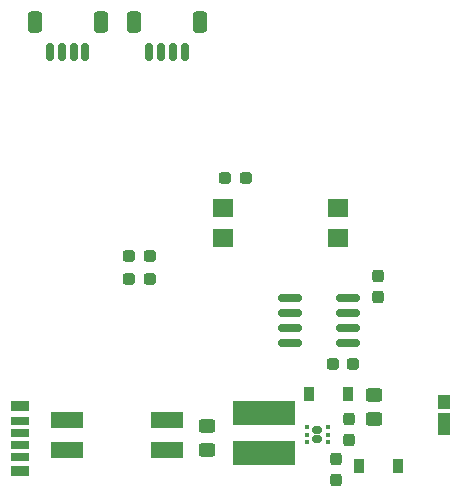
<source format=gbr>
%TF.GenerationSoftware,KiCad,Pcbnew,(6.0.4-0)*%
%TF.CreationDate,2022-09-10T09:10:34-06:00*%
%TF.ProjectId,TPS61165-heater-v7,54505336-3131-4363-952d-686561746572,rev?*%
%TF.SameCoordinates,Original*%
%TF.FileFunction,Paste,Top*%
%TF.FilePolarity,Positive*%
%FSLAX46Y46*%
G04 Gerber Fmt 4.6, Leading zero omitted, Abs format (unit mm)*
G04 Created by KiCad (PCBNEW (6.0.4-0)) date 2022-09-10 09:10:34*
%MOMM*%
%LPD*%
G01*
G04 APERTURE LIST*
G04 Aperture macros list*
%AMRoundRect*
0 Rectangle with rounded corners*
0 $1 Rounding radius*
0 $2 $3 $4 $5 $6 $7 $8 $9 X,Y pos of 4 corners*
0 Add a 4 corners polygon primitive as box body*
4,1,4,$2,$3,$4,$5,$6,$7,$8,$9,$2,$3,0*
0 Add four circle primitives for the rounded corners*
1,1,$1+$1,$2,$3*
1,1,$1+$1,$4,$5*
1,1,$1+$1,$6,$7*
1,1,$1+$1,$8,$9*
0 Add four rect primitives between the rounded corners*
20,1,$1+$1,$2,$3,$4,$5,0*
20,1,$1+$1,$4,$5,$6,$7,0*
20,1,$1+$1,$6,$7,$8,$9,0*
20,1,$1+$1,$8,$9,$2,$3,0*%
G04 Aperture macros list end*
%ADD10RoundRect,0.150000X-0.150000X-0.625000X0.150000X-0.625000X0.150000X0.625000X-0.150000X0.625000X0*%
%ADD11RoundRect,0.250000X-0.350000X-0.650000X0.350000X-0.650000X0.350000X0.650000X-0.350000X0.650000X0*%
%ADD12R,1.600000X0.800000*%
%ADD13R,1.600000X0.900000*%
%ADD14RoundRect,0.160000X0.245000X0.160000X-0.245000X0.160000X-0.245000X-0.160000X0.245000X-0.160000X0*%
%ADD15RoundRect,0.093750X0.093750X0.106250X-0.093750X0.106250X-0.093750X-0.106250X0.093750X-0.106250X0*%
%ADD16R,5.300000X2.000000*%
%ADD17RoundRect,0.237500X-0.237500X0.287500X-0.237500X-0.287500X0.237500X-0.287500X0.237500X0.287500X0*%
%ADD18R,2.825000X1.400000*%
%ADD19RoundRect,0.250000X0.450000X-0.325000X0.450000X0.325000X-0.450000X0.325000X-0.450000X-0.325000X0*%
%ADD20R,0.900000X1.200000*%
%ADD21RoundRect,0.237500X0.237500X-0.287500X0.237500X0.287500X-0.237500X0.287500X-0.237500X-0.287500X0*%
%ADD22RoundRect,0.250000X-0.450000X0.325000X-0.450000X-0.325000X0.450000X-0.325000X0.450000X0.325000X0*%
%ADD23RoundRect,0.237500X0.287500X0.237500X-0.287500X0.237500X-0.287500X-0.237500X0.287500X-0.237500X0*%
%ADD24R,1.800000X1.600000*%
%ADD25RoundRect,0.237500X-0.287500X-0.237500X0.287500X-0.237500X0.287500X0.237500X-0.287500X0.237500X0*%
%ADD26RoundRect,0.150000X-0.825000X-0.150000X0.825000X-0.150000X0.825000X0.150000X-0.825000X0.150000X0*%
%ADD27R,1.010000X1.900000*%
%ADD28R,1.010000X1.180000*%
G04 APERTURE END LIST*
D10*
%TO.C,J7*%
X125300000Y-51025000D03*
X126300000Y-51025000D03*
X127300000Y-51025000D03*
X128300000Y-51025000D03*
D11*
X124000000Y-48500000D03*
X129600000Y-48500000D03*
%TD*%
D10*
%TO.C,J6*%
X133700000Y-51025000D03*
X134700000Y-51025000D03*
X135700000Y-51025000D03*
X136700000Y-51025000D03*
D11*
X132400000Y-48500000D03*
X138000000Y-48500000D03*
%TD*%
D12*
%TO.C,J1*%
X122800000Y-83300000D03*
X122800000Y-85320000D03*
D13*
X122800000Y-86550000D03*
D12*
X122800000Y-84300000D03*
X122800000Y-82280000D03*
D13*
X122800000Y-81050000D03*
%TD*%
D14*
%TO.C,U1*%
X147930000Y-83030000D03*
X147930000Y-83830000D03*
D15*
X148817500Y-84080000D03*
X148817500Y-83430000D03*
X148817500Y-82780000D03*
X147042500Y-82780000D03*
X147042500Y-83430000D03*
X147042500Y-84080000D03*
%TD*%
D16*
%TO.C,L1*%
X143400000Y-85000000D03*
X143400000Y-81600000D03*
%TD*%
D17*
%TO.C,R1*%
X149500000Y-85525000D03*
X149500000Y-87275000D03*
%TD*%
D18*
%TO.C,FL1*%
X126763000Y-82230000D03*
X126763000Y-84770000D03*
X135237000Y-84770000D03*
X135237000Y-82230000D03*
%TD*%
D19*
%TO.C,C3*%
X138600000Y-84725000D03*
X138600000Y-82675000D03*
%TD*%
D20*
%TO.C,D1*%
X150550000Y-80000000D03*
X147250000Y-80000000D03*
%TD*%
D21*
%TO.C,C1*%
X150600000Y-83875000D03*
X150600000Y-82125000D03*
%TD*%
D22*
%TO.C,C2*%
X152700000Y-80050000D03*
X152700000Y-82100000D03*
%TD*%
D23*
%TO.C,R3*%
X141875000Y-61700000D03*
X140125000Y-61700000D03*
%TD*%
D24*
%TO.C,U2*%
X139924000Y-64230000D03*
X139924000Y-66770000D03*
X149676000Y-66770000D03*
X149676000Y-64230000D03*
%TD*%
D25*
%TO.C,C4*%
X149225000Y-77500000D03*
X150975000Y-77500000D03*
%TD*%
D17*
%TO.C,R2*%
X153100000Y-70025000D03*
X153100000Y-71775000D03*
%TD*%
D25*
%TO.C,R4*%
X132025000Y-70300000D03*
X133775000Y-70300000D03*
%TD*%
%TO.C,R5*%
X132025000Y-68300000D03*
X133775000Y-68300000D03*
%TD*%
D20*
%TO.C,D2*%
X154750000Y-86100000D03*
X151450000Y-86100000D03*
%TD*%
D26*
%TO.C,U3*%
X145625000Y-71895000D03*
X145625000Y-73165000D03*
X145625000Y-74435000D03*
X145625000Y-75705000D03*
X150575000Y-75705000D03*
X150575000Y-74435000D03*
X150575000Y-73165000D03*
X150575000Y-71895000D03*
%TD*%
D27*
%TO.C,D3*%
X158700000Y-82545000D03*
D28*
X158700000Y-80655000D03*
%TD*%
M02*

</source>
